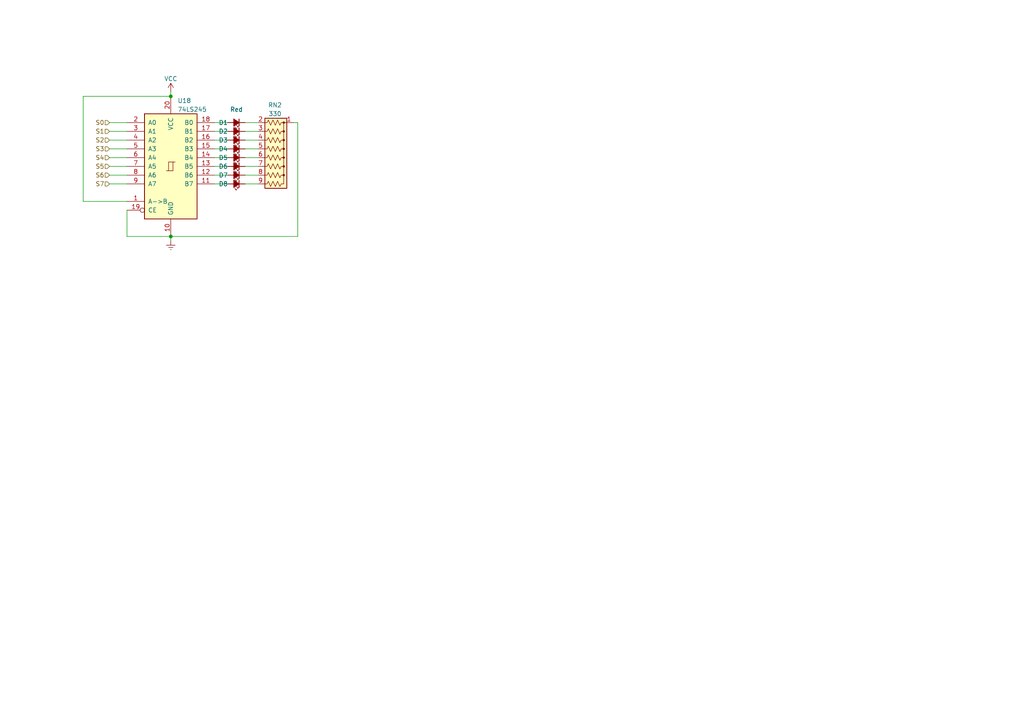
<source format=kicad_sch>
(kicad_sch (version 20230121) (generator eeschema)
  (paper "A4")
  (lib_symbols
    (symbol "74xx:74LS245" (pin_names (offset 1.016))
      (property "Reference" "U" (at -7.62 16.51 0))
      (property "Value" "74LS245" (at -7.62 -16.51 0))
      (symbol "74LS245_1_0"
        (polyline (pts (xy -0.635 -1.27) (xy -0.635 1.27) (xy 0.635 1.27)))
        (polyline (pts (xy -1.27 -1.27) (xy 0.635 -1.27) (xy 0.635 1.27) (xy 1.27 1.27)))
        (pin input line (at -12.7 -10.16 0) (length 5.08) (name "A->B") (number "1"))
        (pin power_in line (at 0 -20.32 90) (length 5.08) (name "GND") (number "10"))
        (pin tri_state line (at 12.7 -5.08 180) (length 5.08) (name "B7") (number "11"))
        (pin tri_state line (at 12.7 -2.54 180) (length 5.08) (name "B6") (number "12"))
        (pin tri_state line (at 12.7 0 180) (length 5.08) (name "B5") (number "13"))
        (pin tri_state line (at 12.7 2.54 180) (length 5.08) (name "B4") (number "14"))
        (pin tri_state line (at 12.7 5.08 180) (length 5.08) (name "B3") (number "15"))
        (pin tri_state line (at 12.7 7.62 180) (length 5.08) (name "B2") (number "16"))
        (pin tri_state line (at 12.7 10.16 180) (length 5.08) (name "B1") (number "17"))
        (pin tri_state line (at 12.7 12.7 180) (length 5.08) (name "B0") (number "18"))
        (pin input inverted (at -12.7 -12.7 0) (length 5.08) (name "CE") (number "19"))
        (pin tri_state line (at -12.7 12.7 0) (length 5.08) (name "A0") (number "2"))
        (pin power_in line (at 0 20.32 270) (length 5.08) (name "VCC") (number "20"))
        (pin tri_state line (at -12.7 10.16 0) (length 5.08) (name "A1") (number "3"))
        (pin tri_state line (at -12.7 7.62 0) (length 5.08) (name "A2") (number "4"))
        (pin tri_state line (at -12.7 5.08 0) (length 5.08) (name "A3") (number "5"))
        (pin tri_state line (at -12.7 2.54 0) (length 5.08) (name "A4") (number "6"))
        (pin tri_state line (at -12.7 0 0) (length 5.08) (name "A5") (number "7"))
        (pin tri_state line (at -12.7 -2.54 0) (length 5.08) (name "A6") (number "8"))
        (pin tri_state line (at -12.7 -5.08 0) (length 5.08) (name "A7") (number "9"))
      )
      (symbol "74LS245_1_1"
        (rectangle (start -7.62 15.24) (end 7.62 -15.24) (stroke (width 0.254)) (fill (type background)))
      )
    )
    (symbol "Device:LED_Small_Filled" (pin_numbers hide) (pin_names (offset 0.254) hide)
      (property "Reference" "D" (at -1.27 3.175 0))
      (property "Value" "LED_Small_Filled" (at -4.445 -2.54 0))
      (symbol "LED_Small_Filled_0_1"
        (polyline (pts (xy -0.762 -1.016) (xy -0.762 1.016)) (stroke (width 0.254)))
        (polyline (pts (xy 1.016 0) (xy -0.762 0)))
        (polyline (pts (xy 0.762 -1.016) (xy -0.762 0) (xy 0.762 1.016) (xy 0.762 -1.016)) (stroke (width 0.254)) (fill (type outline)))
        (polyline (pts (xy 0 0.762) (xy -0.508 1.27) (xy -0.254 1.27) (xy -0.508 1.27) (xy -0.508 1.016)))
        (polyline (pts (xy 0.508 1.27) (xy 0 1.778) (xy 0.254 1.778) (xy 0 1.778) (xy 0 1.524)))
      )
      (symbol "LED_Small_Filled_1_1"
        (pin passive line (at -2.54 0 0) (length 1.778) (name "K") (number "1"))
        (pin passive line (at 2.54 0 180) (length 1.778) (name "A") (number "2"))
      )
    )
    (symbol "Device:R_Network08_US" (pin_names (offset 0) hide)
      (property "Reference" "RN" (at -12.7 0 90))
      (property "Value" "R_Network08_US" (at 10.16 0 90))
      (symbol "R_Network08_US_0_1"
        (rectangle (start -11.43 -3.175) (end 8.89 3.175) (stroke (width 0.254)) (fill (type background)))
        (circle (center -10.16 2.286) (radius 0.254) (fill (type outline)))
        (circle (center -7.62 2.286) (radius 0.254) (fill (type outline)))
        (circle (center -5.08 2.286) (radius 0.254) (fill (type outline)))
        (circle (center -2.54 2.286) (radius 0.254) (fill (type outline)))
        (polyline (pts (xy -10.16 2.286) (xy 7.62 2.286)))
        (polyline (pts (xy -10.16 2.286) (xy -10.16 1.524) (xy -9.398 1.1684) (xy -10.922 0.508) (xy -9.398 -0.1524) (xy -10.922 -0.8382) (xy -9.398 -1.524) (xy -10.922 -2.1844) (xy -10.16 -2.54) (xy -10.16 -3.81)))
        (polyline (pts (xy -7.62 2.286) (xy -7.62 1.524) (xy -6.858 1.1684) (xy -8.382 0.508) (xy -6.858 -0.1524) (xy -8.382 -0.8382) (xy -6.858 -1.524) (xy -8.382 -2.1844) (xy -7.62 -2.54) (xy -7.62 -3.81)))
        (polyline (pts (xy -5.08 2.286) (xy -5.08 1.524) (xy -4.318 1.1684) (xy -5.842 0.508) (xy -4.318 -0.1524) (xy -5.842 -0.8382) (xy -4.318 -1.524) (xy -5.842 -2.1844) (xy -5.08 -2.54) (xy -5.08 -3.81)))
        (polyline (pts (xy -2.54 2.286) (xy -2.54 1.524) (xy -1.778 1.1684) (xy -3.302 0.508) (xy -1.778 -0.1524) (xy -3.302 -0.8382) (xy -1.778 -1.524) (xy -3.302 -2.1844) (xy -2.54 -2.54) (xy -2.54 -3.81)))
        (polyline (pts (xy 0 2.286) (xy 0 1.524) (xy 0.762 1.1684) (xy -0.762 0.508) (xy 0.762 -0.1524) (xy -0.762 -0.8382) (xy 0.762 -1.524) (xy -0.762 -2.1844) (xy 0 -2.54) (xy 0 -3.81)))
        (polyline (pts (xy 2.54 2.286) (xy 2.54 1.524) (xy 3.302 1.1684) (xy 1.778 0.508) (xy 3.302 -0.1524) (xy 1.778 -0.8382) (xy 3.302 -1.524) (xy 1.778 -2.1844) (xy 2.54 -2.54) (xy 2.54 -3.81)))
        (polyline (pts (xy 5.08 2.286) (xy 5.08 1.524) (xy 5.842 1.1684) (xy 4.318 0.508) (xy 5.842 -0.1524) (xy 4.318 -0.8382) (xy 5.842 -1.524) (xy 4.318 -2.1844) (xy 5.08 -2.54) (xy 5.08 -3.81)))
        (polyline (pts (xy 7.62 2.286) (xy 7.62 1.524) (xy 8.382 1.1684) (xy 6.858 0.508) (xy 8.382 -0.1524) (xy 6.858 -0.8382) (xy 8.382 -1.524) (xy 6.858 -2.1844) (xy 7.62 -2.54) (xy 7.62 -3.81)))
        (circle (center 0 2.286) (radius 0.254) (fill (type outline)))
        (circle (center 2.54 2.286) (radius 0.254) (fill (type outline)))
        (circle (center 5.08 2.286) (radius 0.254) (fill (type outline)))
      )
      (symbol "R_Network08_US_1_1"
        (pin passive line (at -10.16 5.08 270) (length 2.54) (name "common") (number "1"))
        (pin passive line (at -10.16 -5.08 90) (length 1.27) (name "R1") (number "2"))
        (pin passive line (at -7.62 -5.08 90) (length 1.27) (name "R2") (number "3"))
        (pin passive line (at -5.08 -5.08 90) (length 1.27) (name "R3") (number "4"))
        (pin passive line (at -2.54 -5.08 90) (length 1.27) (name "R4") (number "5"))
        (pin passive line (at 0 -5.08 90) (length 1.27) (name "R5") (number "6"))
        (pin passive line (at 2.54 -5.08 90) (length 1.27) (name "R6") (number "7"))
        (pin passive line (at 5.08 -5.08 90) (length 1.27) (name "R7") (number "8"))
        (pin passive line (at 7.62 -5.08 90) (length 1.27) (name "R8") (number "9"))
      )
    )
    (symbol "power:Earth" (power) (pin_names (offset 0))
      (symbol "Earth_0_1"
        (polyline (pts (xy -0.635 -1.905) (xy 0.635 -1.905)))
        (polyline (pts (xy -0.127 -2.54) (xy 0.127 -2.54)))
        (polyline (pts (xy 0 -1.27) (xy 0 0)))
        (polyline (pts (xy 1.27 -1.27) (xy -1.27 -1.27)))
      )
      (symbol "Earth_1_1"
        (pin power_in line (at 0 0 270) (length 0) hide (name "Earth") (number "1"))
      )
    )
    (symbol "power:VCC" (power) (pin_names (offset 0))
      (property "Value" "VCC" (at 0 3.81 0))
      (symbol "VCC_0_1"
        (polyline (pts (xy -0.762 1.27) (xy 0 2.54)))
        (polyline (pts (xy 0 0) (xy 0 2.54)))
        (polyline (pts (xy 0 2.54) (xy 0.762 1.27)))
      )
      (symbol "VCC_1_1"
        (pin power_in line (at 0 0 90) (length 0) hide (name "VCC") (number "1"))
      )
    )
  )
  (junction (at 49.53 27.94))
  (junction (at 49.53 68.58))
  (wire (pts (xy 71.12 35.56) (xy 74.93 35.56)))
  (wire (pts (xy 71.12 40.64) (xy 74.93 40.64)))
  (wire (pts (xy 62.23 43.18) (xy 66.04 43.18)))
  (wire (pts (xy 86.36 35.56) (xy 86.36 68.58)))
  (wire (pts (xy 62.23 53.34) (xy 66.04 53.34)))
  (wire (pts (xy 31.75 38.1) (xy 36.83 38.1)))
  (wire (pts (xy 31.75 40.64) (xy 36.83 40.64)))
  (wire (pts (xy 36.83 60.96) (xy 36.83 68.58)))
  (wire (pts (xy 49.53 69.85) (xy 49.53 68.58)))
  (wire (pts (xy 36.83 68.58) (xy 49.53 68.58)))
  (wire (pts (xy 24.13 27.94) (xy 24.13 58.42)))
  (wire (pts (xy 24.13 27.94) (xy 49.53 27.94)))
  (wire (pts (xy 71.12 45.72) (xy 74.93 45.72)))
  (wire (pts (xy 31.75 35.56) (xy 36.83 35.56)))
  (wire (pts (xy 86.36 68.58) (xy 49.53 68.58)))
  (wire (pts (xy 71.12 50.8) (xy 74.93 50.8)))
  (wire (pts (xy 71.12 43.18) (xy 74.93 43.18)))
  (wire (pts (xy 85.09 35.56) (xy 86.36 35.56)))
  (wire (pts (xy 31.75 43.18) (xy 36.83 43.18)))
  (wire (pts (xy 62.23 50.8) (xy 66.04 50.8)))
  (wire (pts (xy 62.23 48.26) (xy 66.04 48.26)))
  (wire (pts (xy 49.53 26.67) (xy 49.53 27.94)))
  (wire (pts (xy 62.23 38.1) (xy 66.04 38.1)))
  (wire (pts (xy 71.12 48.26) (xy 74.93 48.26)))
  (wire (pts (xy 36.83 58.42) (xy 24.13 58.42)))
  (wire (pts (xy 62.23 40.64) (xy 66.04 40.64)))
  (wire (pts (xy 31.75 48.26) (xy 36.83 48.26)))
  (wire (pts (xy 62.23 45.72) (xy 66.04 45.72)))
  (wire (pts (xy 31.75 50.8) (xy 36.83 50.8)))
  (wire (pts (xy 31.75 45.72) (xy 36.83 45.72)))
  (wire (pts (xy 62.23 35.56) (xy 66.04 35.56)))
  (wire (pts (xy 31.75 53.34) (xy 36.83 53.34)))
  (wire (pts (xy 71.12 53.34) (xy 74.93 53.34)))
  (wire (pts (xy 71.12 38.1) (xy 74.93 38.1)))
  (hierarchical_label "S1" (shape input) (at 31.75 38.1 180))
  (hierarchical_label "S4" (shape input) (at 31.75 45.72 180))
  (hierarchical_label "S6" (shape input) (at 31.75 50.8 180))
  (hierarchical_label "S0" (shape input) (at 31.75 35.56 180))
  (hierarchical_label "S7" (shape input) (at 31.75 53.34 180))
  (hierarchical_label "S2" (shape input) (at 31.75 40.64 180))
  (hierarchical_label "S5" (shape input) (at 31.75 48.26 180))
  (hierarchical_label "S3" (shape input) (at 31.75 43.18 180))
  (symbol (lib_id "Device:LED_Small_Filled") (at 68.58 45.72 180) (unit 1)
    (property "Reference" "D5" (at 64.77 45.72 0))
    (property "Value" "Red" (effects hide))
    (instances (project "rod6502" (path "" (reference "D5") (unit 1)) (path "" (reference "D13") (unit 1)) (path "" (reference "D21") (unit 1))))
  )
  (symbol (lib_id "Device:LED_Small_Filled") (at 68.58 35.56 180) (unit 1)
    (property "Reference" "D1" (at 64.77 35.56 0))
    (property "Value" "Red" (at 68.58 31.75 0))
    (instances (project "rod6502" (path "" (reference "D1") (unit 1)) (path "" (reference "D9") (unit 1)) (path "" (reference "D17") (unit 1))))
  )
  (symbol (lib_id "Device:LED_Small_Filled") (at 68.58 43.18 180) (unit 1)
    (property "Reference" "D4" (at 64.77 43.18 0))
    (property "Value" "Red" (effects hide))
    (instances (project "rod6502" (path "" (reference "D4") (unit 1)) (path "" (reference "D12") (unit 1)) (path "" (reference "D20") (unit 1))))
  )
  (symbol (lib_id "Device:LED_Small_Filled") (at 68.58 53.34 180) (unit 1)
    (property "Reference" "D8" (at 64.77 53.34 0))
    (property "Value" "Red" (effects hide))
    (instances (project "rod6502" (path "" (reference "D8") (unit 1)) (path "" (reference "D16") (unit 1)) (path "" (reference "D24") (unit 1))))
  )
  (symbol (lib_id "Device:LED_Small_Filled") (at 68.58 48.26 180) (unit 1)
    (property "Reference" "D6" (at 64.77 48.26 0))
    (property "Value" "Red" (effects hide))
    (instances (project "rod6502" (path "" (reference "D6") (unit 1)) (path "" (reference "D14") (unit 1)) (path "" (reference "D22") (unit 1))))
  )
  (symbol (lib_id "power:VCC") (at 49.53 26.67 0) (unit 1)
    (property "Reference" "#PWR042" (effects hide))
    (property "Value" "+5v" (at 49.53 22.86 0))
    (instances (project "rod6502" (path "" (reference "#PWR042") (unit 1)) (path "" (reference "#PWR044") (unit 1)) (path "" (reference "#PWR046") (unit 1))))
  )
  (symbol (lib_id "74xx:74LS245") (at 49.53 48.26 0) (unit 1)
    (property "Reference" "U18" (at 51.4859 29.21 0) (effects (justify left)))
    (property "Value" "74LS245" (at 51.4859 31.75 0) (effects (justify left)))
    (property "Datasheet" "http://www.ti.com/lit/gpn/sn74LS245" (effects hide))
    (instances (project "rod6502" (path "" (reference "U18") (unit 1)) (path "" (reference "U19") (unit 1)) (path "" (reference "U20") (unit 1))))
  )
  (symbol (lib_id "Device:R_Network08_US") (at 80.01 45.72 270) (unit 1)
    (property "Reference" "RN2" (at 79.756 30.48 90))
    (property "Value" "330" (at 79.756 33.02 90))
    (property "Footprint" "Resistor_THT:R_Array_SIP9" (effects hide))
    (property "Datasheet" "http://www.vishay.com/docs/31509/csc.pdf" (effects hide))
    (instances (project "rod6502" (path "" (reference "RN2") (unit 1)) (path "" (reference "RN3") (unit 1)) (path "" (reference "RN4") (unit 1))))
  )
  (symbol (lib_id "power:Earth") (at 49.53 69.85 0) (unit 1)
    (property "Reference" "#PWR043" (effects hide))
    (property "Value" "Earth" (effects hide))
    (instances (project "rod6502" (path "" (reference "#PWR043") (unit 1)) (path "" (reference "#PWR045") (unit 1)) (path "" (reference "#PWR047") (unit 1))))
  )
  (symbol (lib_id "Device:LED_Small_Filled") (at 68.58 50.8 180) (unit 1)
    (property "Reference" "D7" (at 64.77 50.8 0))
    (property "Value" "Red" (effects hide))
    (instances (project "rod6502" (path "" (reference "D7") (unit 1)) (path "" (reference "D15") (unit 1)) (path "" (reference "D23") (unit 1))))
  )
  (symbol (lib_id "Device:LED_Small_Filled") (at 68.58 38.1 180) (unit 1)
    (property "Reference" "D2" (at 64.77 38.1 0))
    (property "Value" "Red" (effects hide))
    (instances (project "rod6502" (path "" (reference "D2") (unit 1)) (path "" (reference "D10") (unit 1)) (path "" (reference "D18") (unit 1))))
  )
  (symbol (lib_id "Device:LED_Small_Filled") (at 68.58 40.64 180) (unit 1)
    (property "Reference" "D3" (at 64.77 40.64 0))
    (property "Value" "Red" (effects hide))
    (instances (project "rod6502" (path "" (reference "D3") (unit 1)) (path "" (reference "D11") (unit 1)) (path "" (reference "D19") (unit 1))))
  )
)
</source>
